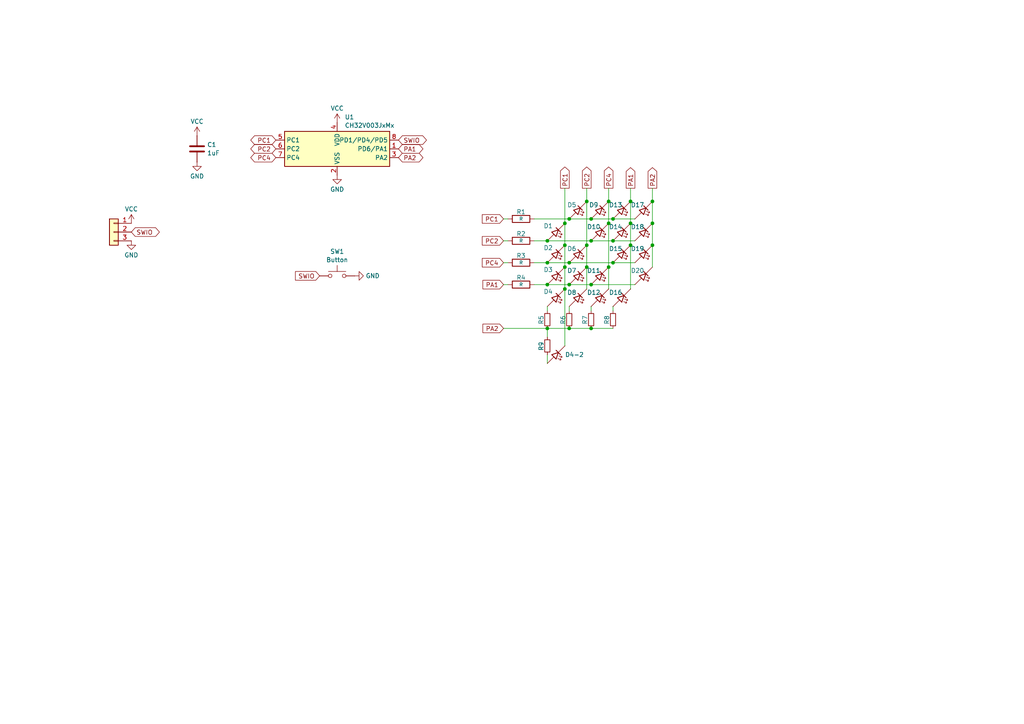
<source format=kicad_sch>
(kicad_sch (version 20231120) (generator "eeschema") (generator_version "8.0")
  (paper "A4")
  (lib_symbols
    (symbol "Device:C" (pin_numbers hide) (pin_names (offset 0.254))
      (property "Reference" "C" (at 0.635 2.54 0))
      (property "Value" "C" (at 0.635 -2.54 0))
      (symbol "C_0_1"
        (polyline (pts (xy -2.032 -0.762) (xy 2.032 -0.762)) (stroke (width 0.508)))
        (polyline (pts (xy -2.032 0.762) (xy 2.032 0.762)) (stroke (width 0.508)))
      )
      (symbol "C_1_1"
        (pin passive line (at 0 3.81 270) (length 2.794) (name "~") (number "1"))
        (pin passive line (at 0 -3.81 90) (length 2.794) (name "~") (number "2"))
      )
    )
    (symbol "Device:LED_45deg" (pin_numbers hide) (pin_names (offset 0) hide)
      (property "Reference" "D" (at 1.27 2.54 0))
      (property "Value" "LED_45deg" (at 1.27 0 0))
      (symbol "LED_45deg_0_1"
        (polyline (pts (xy -1.4732 -1.4224) (xy -1.6256 -1.0668)))
        (polyline (pts (xy -0.7112 -1.7272) (xy -0.8636 -1.3716)))
        (polyline (pts (xy -0.635 0.635) (xy -2.54 2.54)))
        (polyline (pts (xy 0 -1.27) (xy 1.27 0)) (stroke (width 0.254)))
        (polyline (pts (xy 2.54 -2.54) (xy 0.635 -0.635)))
        (polyline (pts (xy -1.1176 -0.508) (xy -1.4732 -1.4224) (xy -1.1176 -1.27)))
        (polyline (pts (xy -0.3556 -0.8128) (xy -0.7112 -1.7272) (xy -0.3556 -1.5748)))
        (polyline (pts (xy -1.27 0) (xy 0 1.27) (xy 0.635 -0.635) (xy -1.27 0)) (stroke (width 0.254)))
      )
      (symbol "LED_45deg_1_1"
        (pin passive line (at 2.54 -2.54 180) (length 0) (name "K") (number "1"))
        (pin passive line (at -2.54 2.54 0) (length 0) (name "A") (number "2"))
      )
    )
    (symbol "Device:R" (pin_numbers hide) (pin_names (offset 0))
      (property "Reference" "R" (at 2.032 0 90))
      (property "Value" "R" (at 0 0 90))
      (symbol "R_0_1"
        (rectangle (start -1.016 -2.54) (end 1.016 2.54) (stroke (width 0.254)))
      )
      (symbol "R_1_1"
        (pin passive line (at 0 3.81 270) (length 1.27) (name "~") (number "1"))
        (pin passive line (at 0 -3.81 90) (length 1.27) (name "~") (number "2"))
      )
    )
    (symbol "Device:R_Small" (pin_numbers hide) (pin_names (offset 0.254) hide)
      (property "Reference" "R" (at 0.762 0.508 0))
      (property "Value" "R_Small" (at 0.762 -1.016 0))
      (symbol "R_Small_0_1"
        (rectangle (start -0.762 1.778) (end 0.762 -1.778) (stroke (width 0.2032)))
      )
      (symbol "R_Small_1_1"
        (pin passive line (at 0 2.54 270) (length 0.762) (name "~") (number "1"))
        (pin passive line (at 0 -2.54 90) (length 0.762) (name "~") (number "2"))
      )
    )
    (symbol "MCU_WCH_CH32V0:CH32V003JxMx"
      (property "Reference" "U" (at -15.24 7.62 0))
      (property "Value" "CH32V003JxMx" (at 15.24 7.62 0))
      (symbol "CH32V003JxMx_1_1"
        (rectangle (start -15.24 5.08) (end 15.24 -5.08) (stroke (width 0.254)) (fill (type background)))
        (pin bidirectional line (at 17.78 0 180) (length 2.54) (name "PD6/PA1") (number "1"))
        (pin power_in line (at 0 -7.62 90) (length 2.54) (name "VSS") (number "2"))
        (pin bidirectional line (at 17.78 -2.54 180) (length 2.54) (name "PA2") (number "3"))
        (pin power_in line (at 0 7.62 270) (length 2.54) (name "VDD") (number "4"))
        (pin bidirectional line (at -17.78 2.54 0) (length 2.54) (name "PC1") (number "5"))
        (pin bidirectional line (at -17.78 0 0) (length 2.54) (name "PC2") (number "6"))
        (pin bidirectional line (at -17.78 -2.54 0) (length 2.54) (name "PC4") (number "7"))
        (pin bidirectional line (at 17.78 2.54 180) (length 2.54) (name "PD1/PD4/PD5") (number "8"))
      )
    )
    (symbol "SparkFun-Connector:Conn_01x03" (pin_names (offset 1.016) hide)
      (symbol "Conn_01x03_1_1"
        (rectangle (start -1.27 -2.413) (end 0 -2.667) (stroke (width 0.1524)))
        (rectangle (start -1.27 0.127) (end 0 -0.127) (stroke (width 0.1524)))
        (rectangle (start -1.27 2.667) (end 0 2.413) (stroke (width 0.1524)))
        (rectangle (start -1.27 3.81) (end 1.27 -3.81) (stroke (width 0.254)) (fill (type background)))
        (pin passive line (at -5.08 2.54 0) (length 3.81) (name "Pin_1") (number "1"))
        (pin passive line (at -5.08 0 0) (length 3.81) (name "Pin_2") (number "2"))
        (pin passive line (at -5.08 -2.54 0) (length 3.81) (name "Pin_3") (number "3"))
      )
    )
    (symbol "Switch:SW_Push" (pin_numbers hide) (pin_names (offset 1.016) hide)
      (property "Reference" "SW" (at 1.27 2.54 0))
      (property "Value" "SW_Push" (at 0 -1.524 0))
      (symbol "SW_Push_0_1"
        (circle (center -2.032 0) (radius 0.508))
        (polyline (pts (xy 0 1.27) (xy 0 3.048)))
        (polyline (pts (xy 2.54 1.27) (xy -2.54 1.27)))
        (circle (center 2.032 0) (radius 0.508))
        (pin passive line (at -5.08 0 0) (length 2.54) (name "1") (number "1"))
        (pin passive line (at 5.08 0 180) (length 2.54) (name "2") (number "2"))
      )
    )
    (symbol "power:GND" (power) (pin_numbers hide) (pin_names (offset 0) hide)
      (property "Value" "GND" (at 0 -3.81 0))
      (symbol "GND_0_1"
        (polyline (pts (xy 0 0) (xy 0 -1.27) (xy 1.27 -1.27) (xy 0 -2.54) (xy -1.27 -1.27) (xy 0 -1.27)))
      )
      (symbol "GND_1_1"
        (pin power_in line (at 0 0 270) (length 0) (name "~") (number "1"))
      )
    )
    (symbol "power:VCC" (power) (pin_numbers hide) (pin_names (offset 0) hide)
      (property "Value" "VCC" (at 0 3.556 0))
      (symbol "VCC_0_1"
        (polyline (pts (xy -0.762 1.27) (xy 0 2.54)))
        (polyline (pts (xy 0 0) (xy 0 2.54)))
        (polyline (pts (xy 0 2.54) (xy 0.762 1.27)))
      )
      (symbol "VCC_1_1"
        (pin power_in line (at 0 0 90) (length 0) (name "~") (number "1"))
      )
    )
  )
  (junction (at 170.18 71.12))
  (junction (at 171.45 63.5))
  (junction (at 163.83 77.47))
  (junction (at 165.1 95.25))
  (junction (at 170.18 58.42))
  (junction (at 165.1 63.5))
  (junction (at 158.75 95.25))
  (junction (at 177.8 63.5))
  (junction (at 170.18 77.47))
  (junction (at 158.75 82.55))
  (junction (at 171.45 69.85))
  (junction (at 163.83 64.77))
  (junction (at 176.53 77.47))
  (junction (at 158.75 76.2))
  (junction (at 163.83 83.82))
  (junction (at 189.23 58.42))
  (junction (at 182.88 58.42))
  (junction (at 182.88 71.12))
  (junction (at 171.45 82.55))
  (junction (at 176.53 58.42))
  (junction (at 182.88 64.77))
  (junction (at 176.53 64.77))
  (junction (at 158.75 69.85))
  (junction (at 165.1 82.55))
  (junction (at 163.83 71.12))
  (junction (at 189.23 71.12))
  (junction (at 177.8 76.2))
  (junction (at 189.23 64.77))
  (junction (at 177.8 69.85))
  (junction (at 165.1 76.2))
  (junction (at 171.45 95.25))
  (wire (pts (xy 170.18 77.47) (xy 170.18 83.82)))
  (wire (pts (xy 154.94 76.2) (xy 158.75 76.2)))
  (wire (pts (xy 146.05 82.55) (xy 147.32 82.55)))
  (wire (pts (xy 177.8 63.5) (xy 184.15 63.5)))
  (wire (pts (xy 158.75 82.55) (xy 165.1 82.55)))
  (wire (pts (xy 146.05 63.5) (xy 147.32 63.5)))
  (wire (pts (xy 158.75 102.87) (xy 158.75 105.41)))
  (wire (pts (xy 146.05 95.25) (xy 158.75 95.25)))
  (wire (pts (xy 158.75 69.85) (xy 171.45 69.85)))
  (wire (pts (xy 176.53 54.61) (xy 176.53 58.42)))
  (wire (pts (xy 146.05 76.2) (xy 147.32 76.2)))
  (wire (pts (xy 171.45 63.5) (xy 177.8 63.5)))
  (wire (pts (xy 170.18 71.12) (xy 170.18 77.47)))
  (wire (pts (xy 165.1 76.2) (xy 177.8 76.2)))
  (wire (pts (xy 171.45 95.25) (xy 177.8 95.25)))
  (wire (pts (xy 189.23 71.12) (xy 189.23 77.47)))
  (wire (pts (xy 158.75 76.2) (xy 165.1 76.2)))
  (wire (pts (xy 182.88 64.77) (xy 182.88 71.12)))
  (wire (pts (xy 158.75 95.25) (xy 165.1 95.25)))
  (wire (pts (xy 154.94 69.85) (xy 158.75 69.85)))
  (wire (pts (xy 177.8 88.9) (xy 177.8 90.17)))
  (wire (pts (xy 182.88 58.42) (xy 182.88 64.77)))
  (wire (pts (xy 182.88 54.61) (xy 182.88 58.42)))
  (wire (pts (xy 176.53 64.77) (xy 176.53 77.47)))
  (wire (pts (xy 165.1 63.5) (xy 171.45 63.5)))
  (wire (pts (xy 171.45 88.9) (xy 171.45 90.17)))
  (wire (pts (xy 154.94 82.55) (xy 158.75 82.55)))
  (wire (pts (xy 176.53 58.42) (xy 176.53 64.77)))
  (wire (pts (xy 163.83 71.12) (xy 163.83 77.47)))
  (wire (pts (xy 189.23 54.61) (xy 189.23 58.42)))
  (wire (pts (xy 163.83 77.47) (xy 163.83 83.82)))
  (wire (pts (xy 189.23 64.77) (xy 189.23 71.12)))
  (wire (pts (xy 165.1 95.25) (xy 171.45 95.25)))
  (wire (pts (xy 170.18 58.42) (xy 170.18 71.12)))
  (wire (pts (xy 163.83 54.61) (xy 163.83 64.77)))
  (wire (pts (xy 158.75 88.9) (xy 158.75 90.17)))
  (wire (pts (xy 163.83 83.82) (xy 163.83 100.33)))
  (wire (pts (xy 146.05 69.85) (xy 147.32 69.85)))
  (wire (pts (xy 176.53 77.47) (xy 176.53 83.82)))
  (wire (pts (xy 171.45 82.55) (xy 184.15 82.55)))
  (wire (pts (xy 165.1 82.55) (xy 171.45 82.55)))
  (wire (pts (xy 163.83 64.77) (xy 163.83 71.12)))
  (wire (pts (xy 158.75 95.25) (xy 158.75 97.79)))
  (wire (pts (xy 182.88 71.12) (xy 182.88 83.82)))
  (wire (pts (xy 177.8 76.2) (xy 184.15 76.2)))
  (wire (pts (xy 177.8 69.85) (xy 184.15 69.85)))
  (wire (pts (xy 154.94 63.5) (xy 165.1 63.5)))
  (wire (pts (xy 189.23 58.42) (xy 189.23 64.77)))
  (wire (pts (xy 171.45 69.85) (xy 177.8 69.85)))
  (wire (pts (xy 170.18 54.61) (xy 170.18 58.42)))
  (wire (pts (xy 165.1 88.9) (xy 165.1 90.17)))
  (global_label "PA2" (shape tri_state) (at 115.57 45.72 0) (property "Intersheetrefs" "${INTERSHEET_REFS}" (effects (hide yes))))
  (global_label "SWIO" (shape bidirectional) (at 115.57 40.64 0) (property "Intersheetrefs" "${INTERSHEET_REFS}" (effects (hide yes))))
  (global_label "PA1" (shape tri_state) (at 115.57 43.18 0) (property "Intersheetrefs" "${INTERSHEET_REFS}" (effects (hide yes))))
  (global_label "PC2" (shape tri_state) (at 80.01 43.18 180) (property "Intersheetrefs" "${INTERSHEET_REFS}" (effects (hide yes))))
  (global_label "PA2" (shape output) (at 189.23 54.61 90) (property "Intersheetrefs" "${INTERSHEET_REFS}" (effects (hide yes))))
  (global_label "PA1" (shape output) (at 182.88 54.61 90) (property "Intersheetrefs" "${INTERSHEET_REFS}" (effects (hide yes))))
  (global_label "PC2" (shape output) (at 170.18 54.61 90) (property "Intersheetrefs" "${INTERSHEET_REFS}" (effects (hide yes))))
  (global_label "PC2" (shape input) (at 146.05 69.85 180) (property "Intersheetrefs" "${INTERSHEET_REFS}" (effects (hide yes))))
  (global_label "PC4" (shape input) (at 146.05 76.2 180) (property "Intersheetrefs" "${INTERSHEET_REFS}" (effects (hide yes))))
  (global_label "PC1" (shape output) (at 163.83 54.61 90) (property "Intersheetrefs" "${INTERSHEET_REFS}" (effects (hide yes))))
  (global_label "PA1" (shape input) (at 146.05 82.55 180) (property "Intersheetrefs" "${INTERSHEET_REFS}" (effects (hide yes))))
  (global_label "SWIO" (shape input) (at 92.71 80.01 180) (property "Intersheetrefs" "${INTERSHEET_REFS}" (effects (hide yes))))
  (global_label "PC4" (shape tri_state) (at 80.01 45.72 180) (property "Intersheetrefs" "${INTERSHEET_REFS}" (effects (hide yes))))
  (global_label "SWIO" (shape bidirectional) (at 38.1 67.31 0) (property "Intersheetrefs" "${INTERSHEET_REFS}" (effects (hide yes))))
  (global_label "PC4" (shape output) (at 176.53 54.61 90) (property "Intersheetrefs" "${INTERSHEET_REFS}" (effects (hide yes))))
  (global_label "PC1" (shape tri_state) (at 80.01 40.64 180) (property "Intersheetrefs" "${INTERSHEET_REFS}" (effects (hide yes))))
  (global_label "PC1" (shape input) (at 146.05 63.5 180) (property "Intersheetrefs" "${INTERSHEET_REFS}" (effects (hide yes))))
  (global_label "PA2" (shape input) (at 146.05 95.25 180) (property "Intersheetrefs" "${INTERSHEET_REFS}" (effects (hide yes))))
  (symbol (lib_id "Device:R_Small") (at 171.45 92.71 180) (unit 1)
    (property "Reference" "R7" (at 169.672 91.44 90) (effects (justify left)))
    (property "Value" "R_Small" (effects (hide yes)))
    (property "Footprint" "Resistor_SMD:R_0603_1608Metric" (effects (hide yes)))
    (property "Description" "Resistor, small symbol" (effects (hide yes)))
  )
  (symbol (lib_id "Device:R_Small") (at 177.8 92.71 180) (unit 1)
    (property "Reference" "R8" (at 176.022 91.44 90) (effects (justify left)))
    (property "Value" "R_Small" (effects (hide yes)))
    (property "Footprint" "Resistor_SMD:R_0603_1608Metric" (effects (hide yes)))
    (property "Description" "Resistor, small symbol" (effects (hide yes)))
  )
  (symbol (lib_id "Device:LED_45deg") (at 173.99 80.01 90) (unit 1)
    (property "Reference" "D11" (at 172.212 78.486 90))
    (property "Value" "LED_45deg" (effects (hide yes)))
    (property "Footprint" "LED_SMD:LED_0805_2012Metric" (effects (hide yes)))
    (property "Description" "Light emitting diode, rotated by 45°" (effects (hide yes)))
  )
  (symbol (lib_id "power:VCC") (at 97.79 35.56 0) (unit 1)
    (property "Reference" "#PWR01" (effects (hide yes)))
    (property "Value" "VCC" (at 97.79 31.4269 0))
    (property "Description" "Power symbol creates a global label with name \"VCC\"" (effects (hide yes)))
  )
  (symbol (lib_id "power:VCC") (at 57.15 39.37 0) (unit 1)
    (property "Reference" "#PWR06" (effects (hide yes)))
    (property "Value" "VCC" (at 57.15 35.2369 0))
    (property "Description" "Power symbol creates a global label with name \"VCC\"" (effects (hide yes)))
  )
  (symbol (lib_id "Device:R_Small") (at 158.75 92.71 180) (unit 1)
    (property "Reference" "R5" (at 156.972 91.44 90) (effects (justify left)))
    (property "Value" "R_Small" (effects (hide yes)))
    (property "Footprint" "Resistor_SMD:R_0603_1608Metric" (effects (hide yes)))
    (property "Description" "Resistor, small symbol" (effects (hide yes)))
  )
  (symbol (lib_id "Device:LED_45deg") (at 161.29 67.31 90) (unit 1)
    (property "Reference" "D1" (at 159.004 65.532 90))
    (property "Value" "LED_45deg" (effects (hide yes)))
    (property "Footprint" "LED_SMD:LED_0805_2012Metric" (effects (hide yes)))
    (property "Description" "Light emitting diode, rotated by 45°" (effects (hide yes)))
  )
  (symbol (lib_id "Device:C") (at 57.15 43.18 0) (unit 1)
    (property "Reference" "C1" (at 60.071 41.9678 0) (effects (justify left)))
    (property "Value" "1uF" (at 60.071 44.3921 0) (effects (justify left)))
    (property "Footprint" "Capacitor_SMD:C_0603_1608Metric" (effects (hide yes)))
    (property "Description" "Unpolarized capacitor" (effects (hide yes)))
  )
  (symbol (lib_id "Device:R") (at 151.13 69.85 90) (unit 1)
    (property "Reference" "R2" (at 151.13 67.818 90))
    (property "Value" "R" (at 151.13 69.85 90) (effects (font (size 1 1))))
    (property "Footprint" "Resistor_SMD:R_0603_1608Metric" (effects (hide yes)))
    (property "Description" "Resistor" (effects (hide yes)))
  )
  (symbol (lib_id "Device:R") (at 151.13 82.55 90) (unit 1)
    (property "Reference" "R4" (at 151.13 80.518 90))
    (property "Value" "R" (at 151.13 82.55 90) (effects (font (size 1 1))))
    (property "Footprint" "Resistor_SMD:R_0603_1608Metric" (effects (hide yes)))
    (property "Description" "Resistor" (effects (hide yes)))
  )
  (symbol (lib_id "Device:LED_45deg") (at 161.29 73.66 90) (unit 1)
    (property "Reference" "D2" (at 159.004 71.882 90))
    (property "Value" "LED_45deg" (effects (hide yes)))
    (property "Footprint" "LED_SMD:LED_0805_2012Metric" (effects (hide yes)))
    (property "Description" "Light emitting diode, rotated by 45°" (effects (hide yes)))
  )
  (symbol (lib_id "SparkFun-Connector:Conn_01x03") (at 33.02 67.31 0) (mirror y) (unit 1)
    (property "Reference" "J1" (effects (hide yes)))
    (property "Value" "Conn_01x03" (effects (hide yes)))
    (property "Footprint" "Connector_PinHeader_2.54mm:PinHeader_1x03_P2.54mm_Vertical_SMD_Pin1Left" (effects (hide yes)))
    (property "Description" "Generic connector, single row, 01x03, script generated (kicad-library-utils/schlib/autogen/connector/)" (effects (hide yes)))
  )
  (symbol (lib_id "Device:R") (at 151.13 63.5 90) (unit 1)
    (property "Reference" "R1" (at 151.13 61.468 90))
    (property "Value" "R" (at 151.13 63.5 90) (effects (font (size 1 1))))
    (property "Footprint" "Resistor_SMD:R_0603_1608Metric" (effects (hide yes)))
    (property "Description" "Resistor" (effects (hide yes)))
  )
  (symbol (lib_id "MCU_WCH_CH32V0:CH32V003JxMx") (at 97.79 43.18 0) (unit 1)
    (property "Reference" "U1" (at 99.9841 33.9555 0) (effects (justify left)))
    (property "Value" "CH32V003JxMx" (at 99.9841 36.3798 0) (effects (justify left)))
    (property "Footprint" "Package_SO:SOP-8_3.9x4.9mm_P1.27mm" (effects (hide yes)))
    (property "Datasheet" "https://www.wch-ic.com/products/CH32V003.html" (effects (hide yes)))
    (property "Description" "CH32V003 series are industrial-grade general-purpose microcontrollers designed based on 32-bit RISC-V instruction set and architecture. It adopts QingKe V2A core, RV32EC instruction set, and supports 2 levels of interrupt nesting. The series are mounted with rich peripheral interfaces and function modules. Its internal organizational structure meets the low-cost and low-power embedded application scenarios." (effects (hide yes)))
  )
  (symbol (lib_id "power:GND") (at 97.79 50.8 0) (unit 1)
    (property "Reference" "#PWR02" (effects (hide yes)))
    (property "Value" "GND" (at 97.79 54.9331 0))
    (property "Description" "Power symbol creates a global label with name \"GND\" , ground" (effects (hide yes)))
  )
  (symbol (lib_id "Device:LED_45deg") (at 167.64 80.01 90) (unit 1)
    (property "Reference" "D7" (at 165.862 78.486 90))
    (property "Value" "LED_45deg" (effects (hide yes)))
    (property "Footprint" "LED_SMD:LED_0805_2012Metric" (effects (hide yes)))
    (property "Description" "Light emitting diode, rotated by 45°" (effects (hide yes)))
  )
  (symbol (lib_id "Device:LED_45deg") (at 186.69 60.96 90) (unit 1)
    (property "Reference" "D17" (at 184.912 59.436 90))
    (property "Value" "LED_45deg" (effects (hide yes)))
    (property "Footprint" "LED_SMD:LED_0805_2012Metric" (effects (hide yes)))
    (property "Description" "Light emitting diode, rotated by 45°" (effects (hide yes)))
  )
  (symbol (lib_id "Device:LED_45deg") (at 180.34 67.31 90) (unit 1)
    (property "Reference" "D14" (at 178.562 65.786 90))
    (property "Value" "LED_45deg" (effects (hide yes)))
    (property "Footprint" "LED_SMD:LED_0805_2012Metric" (effects (hide yes)))
    (property "Description" "Light emitting diode, rotated by 45°" (effects (hide yes)))
  )
  (symbol (lib_id "Switch:SW_Push") (at 97.79 80.01 0) (mirror y) (unit 1)
    (property "Reference" "SW1" (at 97.79 72.9445 0))
    (property "Value" "Button" (at 97.79 75.3688 0))
    (property "Footprint" "Button_Switch_SMD:SW_SPST_TL3342" (effects (hide yes)))
    (property "Description" "Push button switch, generic, two pins" (effects (hide yes)))
  )
  (symbol (lib_id "Device:LED_45deg") (at 173.99 60.96 90) (unit 1)
    (property "Reference" "D9" (at 172.212 59.436 90))
    (property "Value" "LED_45deg" (effects (hide yes)))
    (property "Footprint" "LED_SMD:LED_0805_2012Metric" (effects (hide yes)))
    (property "Description" "Light emitting diode, rotated by 45°" (effects (hide yes)))
  )
  (symbol (lib_id "Device:R_Small") (at 165.1 92.71 180) (unit 1)
    (property "Reference" "R6" (at 163.322 91.44 90) (effects (justify left)))
    (property "Value" "R_Small" (effects (hide yes)))
    (property "Footprint" "Resistor_SMD:R_0603_1608Metric" (effects (hide yes)))
    (property "Description" "Resistor, small symbol" (effects (hide yes)))
  )
  (symbol (lib_id "Device:LED_45deg") (at 173.99 67.31 90) (unit 1)
    (property "Reference" "D10" (at 172.212 65.786 90))
    (property "Value" "LED_45deg" (effects (hide yes)))
    (property "Footprint" "LED_SMD:LED_0805_2012Metric" (effects (hide yes)))
    (property "Description" "Light emitting diode, rotated by 45°" (effects (hide yes)))
  )
  (symbol (lib_id "Device:LED_45deg") (at 173.99 86.36 90) (unit 1)
    (property "Reference" "D12" (at 172.212 84.836 90))
    (property "Value" "LED_45deg" (effects (hide yes)))
    (property "Footprint" "LED_SMD:LED_0805_2012Metric" (effects (hide yes)))
    (property "Description" "Light emitting diode, rotated by 45°" (effects (hide yes)))
  )
  (symbol (lib_id "Device:LED_45deg") (at 167.64 73.66 90) (unit 1)
    (property "Reference" "D6" (at 165.862 72.136 90))
    (property "Value" "LED_45deg" (effects (hide yes)))
    (property "Footprint" "LED_SMD:LED_0805_2012Metric" (effects (hide yes)))
    (property "Description" "Light emitting diode, rotated by 45°" (effects (hide yes)))
  )
  (symbol (lib_id "Device:LED_45deg") (at 180.34 60.96 90) (unit 1)
    (property "Reference" "D13" (at 178.562 59.436 90))
    (property "Value" "LED_45deg" (effects (hide yes)))
    (property "Footprint" "LED_SMD:LED_0805_2012Metric" (effects (hide yes)))
    (property "Description" "Light emitting diode, rotated by 45°" (effects (hide yes)))
  )
  (symbol (lib_id "Device:R") (at 151.13 76.2 90) (unit 1)
    (property "Reference" "R3" (at 151.13 74.168 90))
    (property "Value" "R" (at 151.13 76.2 90) (effects (font (size 1 1))))
    (property "Footprint" "Resistor_SMD:R_0603_1608Metric" (effects (hide yes)))
    (property "Description" "Resistor" (effects (hide yes)))
  )
  (symbol (lib_id "Device:LED_45deg") (at 186.69 80.01 90) (unit 1)
    (property "Reference" "D20" (at 184.912 78.486 90))
    (property "Value" "LED_45deg" (effects (hide yes)))
    (property "Footprint" "LED_SMD:LED_0805_2012Metric" (effects (hide yes)))
    (property "Description" "Light emitting diode, rotated by 45°" (effects (hide yes)))
  )
  (symbol (lib_id "power:GND") (at 38.1 69.85 0) (unit 1)
    (property "Reference" "#PWR05" (effects (hide yes)))
    (property "Value" "GND" (at 38.1 73.9831 0))
    (property "Description" "Power symbol creates a global label with name \"GND\" , ground" (effects (hide yes)))
  )
  (symbol (lib_id "Device:LED_45deg") (at 186.69 67.31 90) (unit 1)
    (property "Reference" "D18" (at 184.912 65.786 90))
    (property "Value" "LED_45deg" (effects (hide yes)))
    (property "Footprint" "LED_SMD:LED_0805_2012Metric" (effects (hide yes)))
    (property "Description" "Light emitting diode, rotated by 45°" (effects (hide yes)))
  )
  (symbol (lib_id "Device:LED_45deg") (at 180.34 73.66 90) (unit 1)
    (property "Reference" "D15" (at 178.562 72.136 90))
    (property "Value" "LED_45deg" (effects (hide yes)))
    (property "Footprint" "LED_SMD:LED_0805_2012Metric" (effects (hide yes)))
    (property "Description" "Light emitting diode, rotated by 45°" (effects (hide yes)))
  )
  (symbol (lib_id "Device:R_Small") (at 158.75 100.33 180) (unit 1)
    (property "Reference" "R9" (at 156.972 99.06 90) (effects (justify left)))
    (property "Value" "R_Small" (effects (hide yes)))
    (property "Footprint" "Resistor_SMD:R_0603_1608Metric" (effects (hide yes)))
    (property "Description" "Resistor, small symbol" (effects (hide yes)))
  )
  (symbol (lib_id "power:VCC") (at 38.1 64.77 0) (unit 1)
    (property "Reference" "#PWR04" (effects (hide yes)))
    (property "Value" "VCC" (at 38.1 60.6369 0))
    (property "Description" "Power symbol creates a global label with name \"VCC\"" (effects (hide yes)))
  )
  (symbol (lib_id "Device:LED_45deg") (at 161.29 80.01 90) (unit 1)
    (property "Reference" "D3" (at 159.004 78.232 90))
    (property "Value" "LED_45deg" (effects (hide yes)))
    (property "Footprint" "LED_SMD:LED_0805_2012Metric" (effects (hide yes)))
    (property "Description" "Light emitting diode, rotated by 45°" (effects (hide yes)))
  )
  (symbol (lib_id "power:GND") (at 102.87 80.01 90) (unit 1)
    (property "Reference" "#PWR03" (effects (hide yes)))
    (property "Value" "GND" (at 106.045 80.01 90) (effects (justify right)))
    (property "Description" "Power symbol creates a global label with name \"GND\" , ground" (effects (hide yes)))
  )
  (symbol (lib_id "power:GND") (at 57.15 46.99 0) (unit 1)
    (property "Reference" "#PWR07" (effects (hide yes)))
    (property "Value" "GND" (at 57.15 51.1231 0))
    (property "Description" "Power symbol creates a global label with name \"GND\" , ground" (effects (hide yes)))
  )
  (symbol (lib_id "Device:LED_45deg") (at 180.34 86.36 90) (unit 1)
    (property "Reference" "D16" (at 178.562 84.836 90))
    (property "Value" "LED_45deg" (effects (hide yes)))
    (property "Footprint" "LED_SMD:LED_0805_2012Metric" (effects (hide yes)))
    (property "Description" "Light emitting diode, rotated by 45°" (effects (hide yes)))
  )
  (symbol (lib_id "Device:LED_45deg") (at 161.29 86.36 90) (unit 1)
    (property "Reference" "D4" (at 159.004 84.582 90))
    (property "Value" "LED_45deg" (effects (hide yes)))
    (property "Footprint" "LED_SMD:LED_0805_2012Metric" (effects (hide yes)))
    (property "Description" "Light emitting diode, rotated by 45°" (effects (hide yes)))
  )
  (symbol (lib_id "Device:LED_45deg") (at 161.29 102.87 90) (unit 1)
    (property "Reference" "D4-2" (at 166.624 102.87 90))
    (property "Value" "LED_45deg" (effects (hide yes)))
    (property "Footprint" "LED_SMD:LED_0805_2012Metric" (effects (hide yes)))
    (property "Description" "Light emitting diode, rotated by 45°" (effects (hide yes)))
  )
  (symbol (lib_id "Device:LED_45deg") (at 186.69 73.66 90) (unit 1)
    (property "Reference" "D19" (at 184.912 72.136 90))
    (property "Value" "LED_45deg" (effects (hide yes)))
    (property "Footprint" "LED_SMD:LED_0805_2012Metric" (effects (hide yes)))
    (property "Description" "Light emitting diode, rotated by 45°" (effects (hide yes)))
  )
  (symbol (lib_id "Device:LED_45deg") (at 167.64 60.96 90) (unit 1)
    (property "Reference" "D5" (at 165.862 59.436 90))
    (property "Value" "LED_45deg" (effects (hide yes)))
    (property "Footprint" "LED_SMD:LED_0805_2012Metric" (effects (hide yes)))
    (property "Description" "Light emitting diode, rotated by 45°" (effects (hide yes)))
  )
  (symbol (lib_id "Device:LED_45deg") (at 167.64 86.36 90) (unit 1)
    (property "Reference" "D8" (at 165.862 84.836 90))
    (property "Value" "LED_45deg" (effects (hide yes)))
    (property "Footprint" "LED_SMD:LED_0805_2012Metric" (effects (hide yes)))
    (property "Description" "Light emitting diode, rotated by 45°" (effects (hide yes)))
  )
)
</source>
